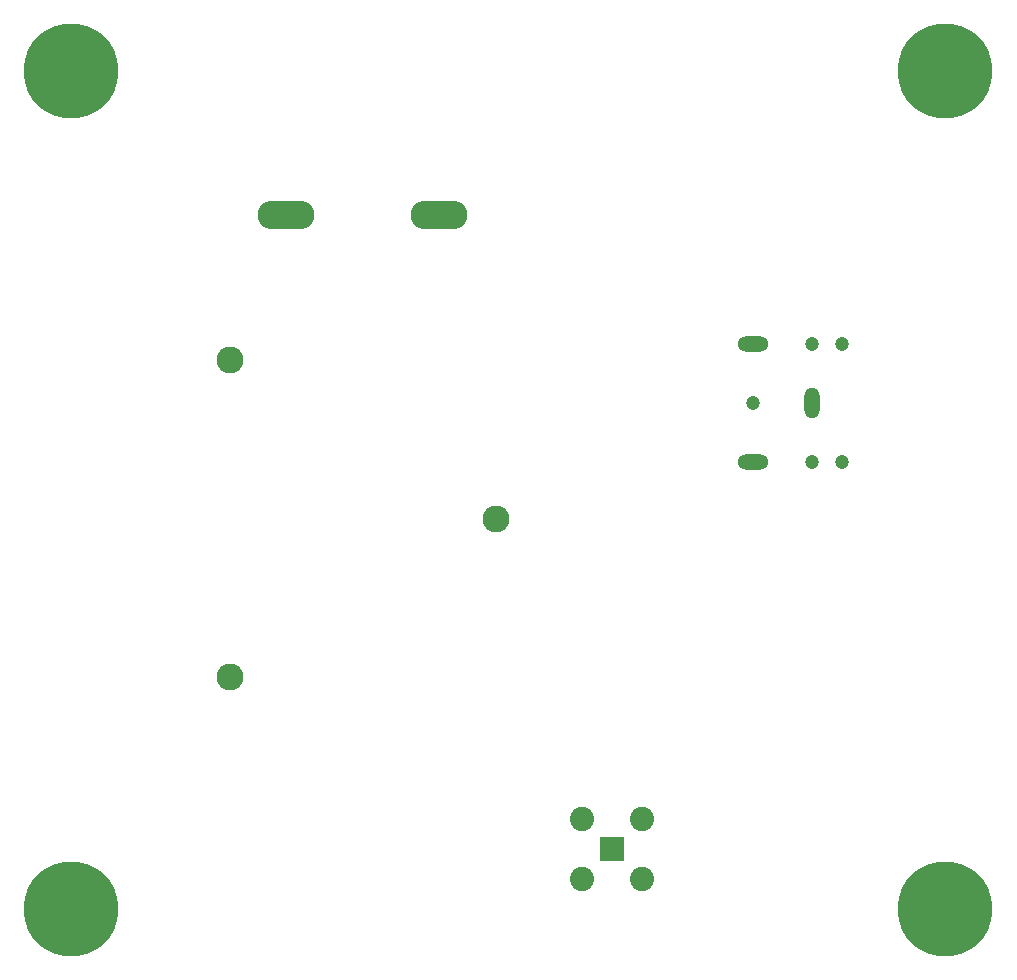
<source format=gbr>
%TF.GenerationSoftware,Altium Limited,Altium Designer,24.2.2 (26)*%
G04 Layer_Color=255*
%FSLAX45Y45*%
%MOMM*%
%TF.SameCoordinates,979FBE80-878B-4EC3-91C7-7055811A0E5A*%
%TF.FilePolarity,Positive*%
%TF.FileFunction,Pads,Bot*%
%TF.Part,Single*%
G01*
G75*
%TA.AperFunction,ComponentPad*%
%ADD37C,2.28600*%
%ADD38O,4.82000X2.41000*%
%ADD39C,8.00000*%
%ADD40O,1.30800X2.61600*%
%ADD41O,2.61600X1.30800*%
%ADD42C,1.20000*%
%ADD43C,2.05000*%
%ADD44R,2.05000X2.05000*%
D37*
X14592300Y5905500D02*
D03*
X12341860Y4566920D02*
D03*
Y7254240D02*
D03*
D38*
X14112241Y8483600D02*
D03*
X12816840D02*
D03*
D39*
X11000000Y9700000D02*
D03*
Y2600000D02*
D03*
X18400000D02*
D03*
Y9700000D02*
D03*
D40*
X17271620Y6888480D02*
D03*
D41*
X16771620Y7388480D02*
D03*
Y6388480D02*
D03*
D42*
X17521620D02*
D03*
X17271620D02*
D03*
X16771620Y6888480D02*
D03*
X17521620Y7388480D02*
D03*
X17271620D02*
D03*
D43*
X15321280Y3365500D02*
D03*
X15829280D02*
D03*
Y2857500D02*
D03*
X15321280D02*
D03*
D44*
X15575281Y3111500D02*
D03*
%TF.MD5,70e8cf39d10adb774bc398fe33545cd7*%
M02*

</source>
